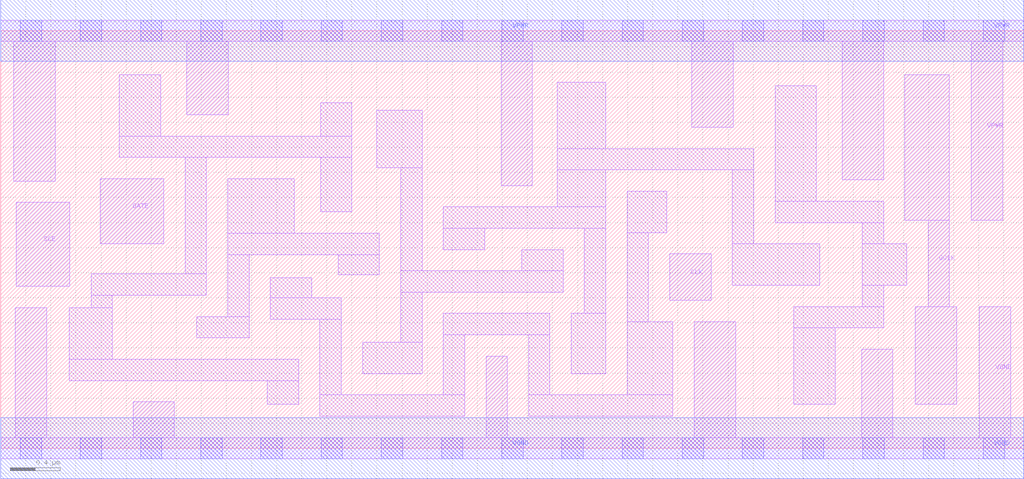
<source format=lef>
# Copyright 2020 The SkyWater PDK Authors
#
# Licensed under the Apache License, Version 2.0 (the "License");
# you may not use this file except in compliance with the License.
# You may obtain a copy of the License at
#
#     https://www.apache.org/licenses/LICENSE-2.0
#
# Unless required by applicable law or agreed to in writing, software
# distributed under the License is distributed on an "AS IS" BASIS,
# WITHOUT WARRANTIES OR CONDITIONS OF ANY KIND, either express or implied.
# See the License for the specific language governing permissions and
# limitations under the License.
#
# SPDX-License-Identifier: Apache-2.0

VERSION 5.7 ;
  NAMESCASESENSITIVE ON ;
  NOWIREEXTENSIONATPIN ON ;
  DIVIDERCHAR "/" ;
  BUSBITCHARS "[]" ;
UNITS
  DATABASE MICRONS 200 ;
END UNITS
MACRO sky130_fd_sc_ls__sdlclkp_2
  CLASS CORE ;
  SOURCE USER ;
  FOREIGN sky130_fd_sc_ls__sdlclkp_2 ;
  ORIGIN  0.000000  0.000000 ;
  SIZE  8.160000 BY  3.330000 ;
  SYMMETRY X Y ;
  SITE unit ;
  PIN GATE
    ANTENNAGATEAREA  0.208500 ;
    DIRECTION INPUT ;
    USE SIGNAL ;
    PORT
      LAYER li1 ;
        RECT 0.795000 1.630000 1.300000 2.150000 ;
    END
  END GATE
  PIN GCLK
    ANTENNADIFFAREA  0.543200 ;
    DIRECTION OUTPUT ;
    USE SIGNAL ;
    PORT
      LAYER li1 ;
        RECT 7.210000 1.820000 7.565000 2.980000 ;
        RECT 7.295000 0.350000 7.625000 1.130000 ;
        RECT 7.395000 1.130000 7.565000 1.820000 ;
    END
  END GCLK
  PIN SCE
    ANTENNAGATEAREA  0.208500 ;
    DIRECTION INPUT ;
    USE SIGNAL ;
    PORT
      LAYER li1 ;
        RECT 0.125000 1.290000 0.550000 1.960000 ;
    END
  END SCE
  PIN CLK
    ANTENNAGATEAREA  0.498000 ;
    DIRECTION INPUT ;
    USE CLOCK ;
    PORT
      LAYER li1 ;
        RECT 5.335000 1.180000 5.665000 1.550000 ;
    END
  END CLK
  PIN VGND
    DIRECTION INOUT ;
    SHAPE ABUTMENT ;
    USE GROUND ;
    PORT
      LAYER li1 ;
        RECT 0.000000 -0.085000 8.160000 0.085000 ;
        RECT 0.115000  0.085000 0.365000 1.120000 ;
        RECT 1.055000  0.085000 1.385000 0.370000 ;
        RECT 3.870000  0.085000 4.040000 0.735000 ;
        RECT 5.530000  0.085000 5.860000 1.010000 ;
        RECT 6.865000  0.085000 7.115000 0.790000 ;
        RECT 7.805000  0.085000 8.055000 1.130000 ;
      LAYER mcon ;
        RECT 0.155000 -0.085000 0.325000 0.085000 ;
        RECT 0.635000 -0.085000 0.805000 0.085000 ;
        RECT 1.115000 -0.085000 1.285000 0.085000 ;
        RECT 1.595000 -0.085000 1.765000 0.085000 ;
        RECT 2.075000 -0.085000 2.245000 0.085000 ;
        RECT 2.555000 -0.085000 2.725000 0.085000 ;
        RECT 3.035000 -0.085000 3.205000 0.085000 ;
        RECT 3.515000 -0.085000 3.685000 0.085000 ;
        RECT 3.995000 -0.085000 4.165000 0.085000 ;
        RECT 4.475000 -0.085000 4.645000 0.085000 ;
        RECT 4.955000 -0.085000 5.125000 0.085000 ;
        RECT 5.435000 -0.085000 5.605000 0.085000 ;
        RECT 5.915000 -0.085000 6.085000 0.085000 ;
        RECT 6.395000 -0.085000 6.565000 0.085000 ;
        RECT 6.875000 -0.085000 7.045000 0.085000 ;
        RECT 7.355000 -0.085000 7.525000 0.085000 ;
        RECT 7.835000 -0.085000 8.005000 0.085000 ;
      LAYER met1 ;
        RECT 0.000000 -0.245000 8.160000 0.245000 ;
    END
  END VGND
  PIN VPWR
    DIRECTION INOUT ;
    SHAPE ABUTMENT ;
    USE POWER ;
    PORT
      LAYER li1 ;
        RECT 0.000000 3.245000 8.160000 3.415000 ;
        RECT 0.105000 2.130000 0.435000 3.245000 ;
        RECT 1.485000 2.660000 1.815000 3.245000 ;
        RECT 3.990000 2.095000 4.240000 3.245000 ;
        RECT 5.510000 2.560000 5.840000 3.245000 ;
        RECT 6.710000 2.140000 7.040000 3.245000 ;
        RECT 7.740000 1.820000 7.990000 3.245000 ;
      LAYER mcon ;
        RECT 0.155000 3.245000 0.325000 3.415000 ;
        RECT 0.635000 3.245000 0.805000 3.415000 ;
        RECT 1.115000 3.245000 1.285000 3.415000 ;
        RECT 1.595000 3.245000 1.765000 3.415000 ;
        RECT 2.075000 3.245000 2.245000 3.415000 ;
        RECT 2.555000 3.245000 2.725000 3.415000 ;
        RECT 3.035000 3.245000 3.205000 3.415000 ;
        RECT 3.515000 3.245000 3.685000 3.415000 ;
        RECT 3.995000 3.245000 4.165000 3.415000 ;
        RECT 4.475000 3.245000 4.645000 3.415000 ;
        RECT 4.955000 3.245000 5.125000 3.415000 ;
        RECT 5.435000 3.245000 5.605000 3.415000 ;
        RECT 5.915000 3.245000 6.085000 3.415000 ;
        RECT 6.395000 3.245000 6.565000 3.415000 ;
        RECT 6.875000 3.245000 7.045000 3.415000 ;
        RECT 7.355000 3.245000 7.525000 3.415000 ;
        RECT 7.835000 3.245000 8.005000 3.415000 ;
      LAYER met1 ;
        RECT 0.000000 3.085000 8.160000 3.575000 ;
    END
  END VPWR
  OBS
    LAYER li1 ;
      RECT 0.545000 0.540000 2.375000 0.710000 ;
      RECT 0.545000 0.710000 0.890000 1.120000 ;
      RECT 0.720000 1.120000 0.890000 1.220000 ;
      RECT 0.720000 1.220000 1.640000 1.390000 ;
      RECT 0.945000 2.320000 2.800000 2.490000 ;
      RECT 0.945000 2.490000 1.275000 2.980000 ;
      RECT 1.470000 1.390000 1.640000 2.320000 ;
      RECT 1.565000 0.880000 1.980000 1.050000 ;
      RECT 1.810000 1.050000 1.980000 1.545000 ;
      RECT 1.810000 1.545000 3.020000 1.715000 ;
      RECT 1.810000 1.715000 2.340000 2.150000 ;
      RECT 2.125000 0.350000 2.375000 0.540000 ;
      RECT 2.150000 1.030000 2.715000 1.200000 ;
      RECT 2.150000 1.200000 2.480000 1.360000 ;
      RECT 2.545000 0.255000 3.700000 0.425000 ;
      RECT 2.545000 0.425000 2.715000 1.030000 ;
      RECT 2.550000 1.885000 2.800000 2.320000 ;
      RECT 2.550000 2.490000 2.800000 2.755000 ;
      RECT 2.690000 1.385000 3.020000 1.545000 ;
      RECT 2.885000 0.595000 3.360000 0.845000 ;
      RECT 3.000000 2.235000 3.360000 2.695000 ;
      RECT 3.190000 0.845000 3.360000 1.245000 ;
      RECT 3.190000 1.245000 4.485000 1.415000 ;
      RECT 3.190000 1.415000 3.360000 2.235000 ;
      RECT 3.530000 0.425000 3.700000 0.905000 ;
      RECT 3.530000 0.905000 4.380000 1.075000 ;
      RECT 3.530000 1.585000 3.860000 1.755000 ;
      RECT 3.530000 1.755000 4.825000 1.925000 ;
      RECT 4.155000 1.415000 4.485000 1.585000 ;
      RECT 4.210000 0.255000 5.360000 0.425000 ;
      RECT 4.210000 0.425000 4.380000 0.905000 ;
      RECT 4.440000 1.925000 4.825000 2.220000 ;
      RECT 4.440000 2.220000 6.005000 2.390000 ;
      RECT 4.440000 2.390000 4.825000 2.920000 ;
      RECT 4.550000 0.595000 4.825000 1.075000 ;
      RECT 4.655000 1.075000 4.825000 1.755000 ;
      RECT 4.995000 0.425000 5.360000 1.010000 ;
      RECT 4.995000 1.010000 5.165000 1.720000 ;
      RECT 4.995000 1.720000 5.310000 2.050000 ;
      RECT 5.835000 1.300000 6.530000 1.630000 ;
      RECT 5.835000 1.630000 6.005000 2.220000 ;
      RECT 6.175000 1.800000 7.040000 1.970000 ;
      RECT 6.175000 1.970000 6.505000 2.890000 ;
      RECT 6.325000 0.350000 6.655000 0.960000 ;
      RECT 6.325000 0.960000 7.040000 1.130000 ;
      RECT 6.870000 1.130000 7.040000 1.300000 ;
      RECT 6.870000 1.300000 7.225000 1.630000 ;
      RECT 6.870000 1.630000 7.040000 1.800000 ;
  END
END sky130_fd_sc_ls__sdlclkp_2

</source>
